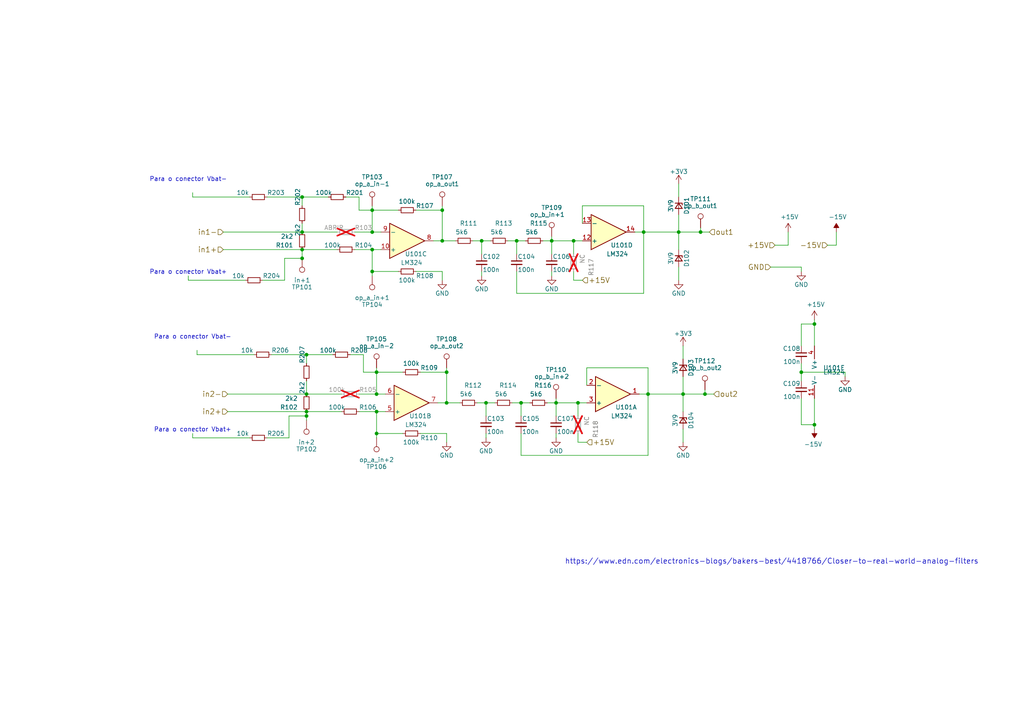
<source format=kicad_sch>
(kicad_sch (version 20231120) (generator "eeschema") (generator_version "8.0")
  (paper "A4")
  (lib_symbols
    (symbol "Amplifier_Operational:LM324" (pin_names (offset 0.127))
      (property "Reference" "U" (at 0 5.08 0))
      (property "Value" "LM324" (at 0 -5.08 0))
      (symbol "LM324_1_1"
        (polyline (pts (xy -5.08 5.08) (xy 5.08 0) (xy -5.08 -5.08) (xy -5.08 5.08)) (stroke (width 0.254)) (fill (type background)))
        (pin output line (at 7.62 0 180) (length 2.54) (name "~") (number "1"))
        (pin input line (at -7.62 -2.54 0) (length 2.54) (name "-") (number "2"))
        (pin input line (at -7.62 2.54 0) (length 2.54) (name "+") (number "3"))
      )
      (symbol "LM324_2_1"
        (polyline (pts (xy -5.08 5.08) (xy 5.08 0) (xy -5.08 -5.08) (xy -5.08 5.08)) (stroke (width 0.254)) (fill (type background)))
        (pin input line (at -7.62 2.54 0) (length 2.54) (name "+") (number "5"))
        (pin input line (at -7.62 -2.54 0) (length 2.54) (name "-") (number "6"))
        (pin output line (at 7.62 0 180) (length 2.54) (name "~") (number "7"))
      )
      (symbol "LM324_3_1"
        (polyline (pts (xy -5.08 5.08) (xy 5.08 0) (xy -5.08 -5.08) (xy -5.08 5.08)) (stroke (width 0.254)) (fill (type background)))
        (pin input line (at -7.62 2.54 0) (length 2.54) (name "+") (number "10"))
        (pin output line (at 7.62 0 180) (length 2.54) (name "~") (number "8"))
        (pin input line (at -7.62 -2.54 0) (length 2.54) (name "-") (number "9"))
      )
      (symbol "LM324_4_1"
        (polyline (pts (xy -5.08 5.08) (xy 5.08 0) (xy -5.08 -5.08) (xy -5.08 5.08)) (stroke (width 0.254)) (fill (type background)))
        (pin input line (at -7.62 2.54 0) (length 2.54) (name "+") (number "12"))
        (pin input line (at -7.62 -2.54 0) (length 2.54) (name "-") (number "13"))
        (pin output line (at 7.62 0 180) (length 2.54) (name "~") (number "14"))
      )
      (symbol "LM324_5_1"
        (pin power_in line (at -2.54 -7.62 90) (length 3.81) (name "V-") (number "11"))
        (pin power_in line (at -2.54 7.62 270) (length 3.81) (name "V+") (number "4"))
      )
    )
    (symbol "Connector:TestPoint" (pin_numbers hide) (pin_names (offset 0.762) hide)
      (property "Reference" "TP" (at 0 6.858 0))
      (property "Value" "TestPoint" (at 0 5.08 0))
      (symbol "TestPoint_0_1"
        (circle (center 0 3.302) (radius 0.762))
      )
      (symbol "TestPoint_1_1"
        (pin passive line (at 0 0 90) (length 2.54) (name "1") (number "1"))
      )
    )
    (symbol "Device:C_Small" (pin_numbers hide) (pin_names (offset 0.254) hide)
      (property "Reference" "C" (at 0.254 1.778 0))
      (property "Value" "C_Small" (at 0.254 -2.032 0))
      (symbol "C_Small_0_1"
        (polyline (pts (xy -1.524 -0.508) (xy 1.524 -0.508)) (stroke (width 0.3302)))
        (polyline (pts (xy -1.524 0.508) (xy 1.524 0.508)) (stroke (width 0.3048)))
      )
      (symbol "C_Small_1_1"
        (pin passive line (at 0 2.54 270) (length 2.032) (name "~") (number "1"))
        (pin passive line (at 0 -2.54 90) (length 2.032) (name "~") (number "2"))
      )
    )
    (symbol "Device:D_Zener_Small" (pin_numbers hide) (pin_names (offset 0.254) hide)
      (property "Reference" "D" (at 0 2.286 0))
      (property "Value" "D_Zener_Small" (at 0 -2.286 0))
      (symbol "D_Zener_Small_0_1"
        (polyline (pts (xy 0.762 0) (xy -0.762 0)))
        (polyline (pts (xy -0.254 1.016) (xy -0.762 1.016) (xy -0.762 -1.016)) (stroke (width 0.254)))
        (polyline (pts (xy 0.762 1.016) (xy -0.762 0) (xy 0.762 -1.016) (xy 0.762 1.016)) (stroke (width 0.254)))
      )
      (symbol "D_Zener_Small_1_1"
        (pin passive line (at -2.54 0 0) (length 1.778) (name "K") (number "1"))
        (pin passive line (at 2.54 0 180) (length 1.778) (name "A") (number "2"))
      )
    )
    (symbol "Device:R_Small" (pin_numbers hide) (pin_names (offset 0.254) hide)
      (property "Reference" "R" (at 0.762 0.508 0))
      (property "Value" "R_Small" (at 0.762 -1.016 0))
      (symbol "R_Small_0_1"
        (rectangle (start -0.762 1.778) (end 0.762 -1.778) (stroke (width 0.2032)))
      )
      (symbol "R_Small_1_1"
        (pin passive line (at 0 2.54 270) (length 0.762) (name "~") (number "1"))
        (pin passive line (at 0 -2.54 90) (length 0.762) (name "~") (number "2"))
      )
    )
    (symbol "power:+15V" (power) (pin_names (offset 0))
      (property "Value" "+15V" (at 0 3.556 0))
      (symbol "+15V_0_1"
        (polyline (pts (xy -0.762 1.27) (xy 0 2.54)))
        (polyline (pts (xy 0 0) (xy 0 2.54)))
        (polyline (pts (xy 0 2.54) (xy 0.762 1.27)))
      )
      (symbol "+15V_1_1"
        (pin power_in line (at 0 0 90) (length 0) hide (name "+15V") (number "1"))
      )
    )
    (symbol "power:+3.3V" (power) (pin_names (offset 0))
      (property "Value" "+3.3V" (at 0 3.556 0))
      (symbol "+3.3V_0_1"
        (polyline (pts (xy -0.762 1.27) (xy 0 2.54)))
        (polyline (pts (xy 0 0) (xy 0 2.54)))
        (polyline (pts (xy 0 2.54) (xy 0.762 1.27)))
      )
      (symbol "+3.3V_1_1"
        (pin power_in line (at 0 0 90) (length 0) hide (name "+3V3") (number "1"))
      )
    )
    (symbol "power:-15V" (power) (pin_names (offset 0))
      (property "Value" "-15V" (at 0 3.81 0))
      (symbol "-15V_0_0"
        (pin power_in line (at 0 0 90) (length 0) hide (name "-15V") (number "1"))
      )
      (symbol "-15V_0_1"
        (polyline (pts (xy 0 0) (xy 0 1.27) (xy 0.762 1.27) (xy 0 2.54) (xy -0.762 1.27) (xy 0 1.27)) (fill (type outline)))
      )
    )
    (symbol "power:GND" (power) (pin_names (offset 0))
      (property "Value" "GND" (at 0 -3.81 0))
      (symbol "GND_0_1"
        (polyline (pts (xy 0 0) (xy 0 -1.27) (xy 1.27 -1.27) (xy 0 -2.54) (xy -1.27 -1.27) (xy 0 -1.27)))
      )
      (symbol "GND_1_1"
        (pin power_in line (at 0 0 270) (length 0) hide (name "GND") (number "1"))
      )
    )
  )
  (junction (at 87.63 57.15))
  (junction (at 139.7 69.85))
  (junction (at 204.47 114.3))
  (junction (at 107.95 60.96))
  (junction (at 88.9 120.65))
  (junction (at 149.86 69.85))
  (junction (at 151.13 116.84))
  (junction (at 88.9 102.87))
  (junction (at 109.22 119.38))
  (junction (at 236.22 93.98))
  (junction (at 186.69 67.31))
  (junction (at 187.96 114.3))
  (junction (at 109.22 114.3))
  (junction (at 88.9 119.38))
  (junction (at 198.12 114.3))
  (junction (at 109.22 107.95))
  (junction (at 128.27 60.96))
  (junction (at 87.63 67.31))
  (junction (at 167.64 116.84))
  (junction (at 107.95 67.31))
  (junction (at 109.22 125.73))
  (junction (at 107.95 72.39))
  (junction (at 87.63 72.39))
  (junction (at 203.2 67.31))
  (junction (at 166.37 69.85))
  (junction (at 160.02 69.85))
  (junction (at 236.22 123.19))
  (junction (at 88.9 114.3))
  (junction (at 129.54 116.84))
  (junction (at 196.85 67.31))
  (junction (at 128.27 69.85))
  (junction (at 87.63 74.93))
  (junction (at 107.95 78.74))
  (junction (at 140.97 116.84))
  (junction (at 232.41 107.95))
  (junction (at 161.29 116.84))
  (junction (at 129.54 107.95))
  (wire (pts (xy 55.88 55.88) (xy 55.88 57.15)))
  (wire (pts (xy 129.54 128.27) (xy 129.54 125.73)))
  (wire (pts (xy 88.9 114.3) (xy 99.06 114.3)))
  (wire (pts (xy 151.13 116.84) (xy 153.67 116.84)))
  (wire (pts (xy 232.41 107.95) (xy 245.11 107.95)))
  (wire (pts (xy 166.37 69.85) (xy 168.91 69.85)))
  (wire (pts (xy 240.03 71.12) (xy 242.57 71.12)))
  (wire (pts (xy 140.97 116.84) (xy 143.51 116.84)))
  (wire (pts (xy 88.9 120.65) (xy 88.9 121.92)))
  (wire (pts (xy 167.64 125.73) (xy 167.64 128.27)))
  (wire (pts (xy 87.63 64.77) (xy 87.63 67.31)))
  (wire (pts (xy 77.47 127) (xy 83.82 127)))
  (wire (pts (xy 57.15 101.6) (xy 57.15 102.87)))
  (wire (pts (xy 87.63 57.15) (xy 95.25 57.15)))
  (wire (pts (xy 232.41 107.95) (xy 232.41 105.41)))
  (wire (pts (xy 78.74 102.87) (xy 88.9 102.87)))
  (wire (pts (xy 196.85 77.47) (xy 196.85 81.28)))
  (wire (pts (xy 88.9 119.38) (xy 88.9 120.65)))
  (wire (pts (xy 166.37 73.66) (xy 166.37 69.85)))
  (wire (pts (xy 105.41 107.95) (xy 109.22 107.95)))
  (wire (pts (xy 128.27 78.74) (xy 120.65 78.74)))
  (wire (pts (xy 139.7 69.85) (xy 142.24 69.85)))
  (wire (pts (xy 236.22 123.19) (xy 236.22 124.46)))
  (wire (pts (xy 151.13 120.65) (xy 151.13 116.84)))
  (wire (pts (xy 115.57 60.96) (xy 107.95 60.96)))
  (wire (pts (xy 168.91 59.69) (xy 168.91 64.77)))
  (wire (pts (xy 198.12 119.38) (xy 198.12 114.3)))
  (wire (pts (xy 166.37 81.28) (xy 168.91 81.28)))
  (wire (pts (xy 109.22 125.73) (xy 109.22 127)))
  (wire (pts (xy 127 116.84) (xy 129.54 116.84)))
  (wire (pts (xy 72.39 57.15) (xy 55.88 57.15)))
  (wire (pts (xy 128.27 59.69) (xy 128.27 60.96)))
  (wire (pts (xy 167.64 116.84) (xy 170.18 116.84)))
  (wire (pts (xy 102.87 67.31) (xy 107.95 67.31)))
  (wire (pts (xy 149.86 73.66) (xy 149.86 69.85)))
  (wire (pts (xy 88.9 119.38) (xy 99.06 119.38)))
  (wire (pts (xy 129.54 125.73) (xy 121.92 125.73)))
  (wire (pts (xy 160.02 69.85) (xy 160.02 73.66)))
  (wire (pts (xy 87.63 72.39) (xy 87.63 74.93)))
  (wire (pts (xy 198.12 124.46) (xy 198.12 128.27)))
  (wire (pts (xy 107.95 67.31) (xy 110.49 67.31)))
  (wire (pts (xy 107.95 59.69) (xy 107.95 60.96)))
  (wire (pts (xy 76.2 81.28) (xy 82.55 81.28)))
  (wire (pts (xy 54.61 81.28) (xy 71.12 81.28)))
  (wire (pts (xy 187.96 114.3) (xy 187.96 132.08)))
  (wire (pts (xy 104.14 60.96) (xy 107.95 60.96)))
  (wire (pts (xy 149.86 69.85) (xy 152.4 69.85)))
  (wire (pts (xy 196.85 57.15) (xy 196.85 53.34)))
  (wire (pts (xy 232.41 93.98) (xy 232.41 100.33)))
  (wire (pts (xy 204.47 114.3) (xy 204.47 113.03)))
  (wire (pts (xy 121.92 107.95) (xy 129.54 107.95)))
  (wire (pts (xy 232.41 110.49) (xy 232.41 107.95)))
  (wire (pts (xy 198.12 109.22) (xy 198.12 114.3)))
  (wire (pts (xy 129.54 106.68) (xy 129.54 107.95)))
  (wire (pts (xy 168.91 59.69) (xy 186.69 59.69)))
  (wire (pts (xy 105.41 102.87) (xy 105.41 107.95)))
  (wire (pts (xy 187.96 106.68) (xy 187.96 114.3)))
  (wire (pts (xy 204.47 114.3) (xy 207.01 114.3)))
  (wire (pts (xy 161.29 125.73) (xy 161.29 127)))
  (wire (pts (xy 109.22 114.3) (xy 111.76 114.3)))
  (wire (pts (xy 160.02 69.85) (xy 166.37 69.85)))
  (wire (pts (xy 83.82 120.65) (xy 88.9 120.65)))
  (wire (pts (xy 116.84 107.95) (xy 109.22 107.95)))
  (wire (pts (xy 82.55 81.28) (xy 82.55 74.93)))
  (wire (pts (xy 203.2 67.31) (xy 203.2 66.04)))
  (wire (pts (xy 77.47 57.15) (xy 87.63 57.15)))
  (wire (pts (xy 236.22 123.19) (xy 232.41 123.19)))
  (wire (pts (xy 83.82 127) (xy 83.82 120.65)))
  (wire (pts (xy 147.32 69.85) (xy 149.86 69.85)))
  (wire (pts (xy 245.11 107.95) (xy 245.11 109.22)))
  (wire (pts (xy 129.54 107.95) (xy 129.54 116.84)))
  (wire (pts (xy 151.13 132.08) (xy 151.13 125.73)))
  (wire (pts (xy 186.69 59.69) (xy 186.69 67.31)))
  (wire (pts (xy 109.22 119.38) (xy 111.76 119.38)))
  (wire (pts (xy 158.75 116.84) (xy 161.29 116.84)))
  (wire (pts (xy 64.77 72.39) (xy 87.63 72.39)))
  (wire (pts (xy 186.69 67.31) (xy 186.69 85.09)))
  (wire (pts (xy 100.33 57.15) (xy 104.14 57.15)))
  (wire (pts (xy 120.65 60.96) (xy 128.27 60.96)))
  (wire (pts (xy 139.7 80.01) (xy 139.7 78.74)))
  (wire (pts (xy 104.14 114.3) (xy 109.22 114.3)))
  (wire (pts (xy 186.69 67.31) (xy 196.85 67.31)))
  (wire (pts (xy 161.29 115.57) (xy 161.29 116.84)))
  (wire (pts (xy 236.22 115.57) (xy 236.22 123.19)))
  (wire (pts (xy 66.04 119.38) (xy 88.9 119.38)))
  (wire (pts (xy 160.02 68.58) (xy 160.02 69.85)))
  (wire (pts (xy 128.27 81.28) (xy 128.27 78.74)))
  (wire (pts (xy 151.13 132.08) (xy 187.96 132.08)))
  (wire (pts (xy 196.85 72.39) (xy 196.85 67.31)))
  (wire (pts (xy 137.16 69.85) (xy 139.7 69.85)))
  (wire (pts (xy 161.29 116.84) (xy 167.64 116.84)))
  (wire (pts (xy 107.95 78.74) (xy 115.57 78.74)))
  (wire (pts (xy 140.97 120.65) (xy 140.97 116.84)))
  (wire (pts (xy 203.2 67.31) (xy 205.74 67.31)))
  (wire (pts (xy 223.52 77.47) (xy 232.41 77.47)))
  (wire (pts (xy 109.22 107.95) (xy 109.22 114.3)))
  (wire (pts (xy 236.22 93.98) (xy 236.22 100.33)))
  (wire (pts (xy 187.96 114.3) (xy 198.12 114.3)))
  (wire (pts (xy 101.6 102.87) (xy 105.41 102.87)))
  (wire (pts (xy 109.22 125.73) (xy 116.84 125.73)))
  (wire (pts (xy 55.88 127) (xy 72.39 127)))
  (wire (pts (xy 196.85 62.23) (xy 196.85 67.31)))
  (wire (pts (xy 184.15 67.31) (xy 186.69 67.31)))
  (wire (pts (xy 54.61 80.01) (xy 54.61 81.28)))
  (wire (pts (xy 128.27 60.96) (xy 128.27 69.85)))
  (wire (pts (xy 107.95 72.39) (xy 107.95 78.74)))
  (wire (pts (xy 88.9 105.41) (xy 88.9 102.87)))
  (wire (pts (xy 157.48 69.85) (xy 160.02 69.85)))
  (wire (pts (xy 107.95 72.39) (xy 110.49 72.39)))
  (wire (pts (xy 104.14 57.15) (xy 104.14 60.96)))
  (wire (pts (xy 149.86 85.09) (xy 149.86 78.74)))
  (wire (pts (xy 167.64 120.65) (xy 167.64 116.84)))
  (wire (pts (xy 102.87 72.39) (xy 107.95 72.39)))
  (wire (pts (xy 166.37 78.74) (xy 166.37 81.28)))
  (wire (pts (xy 139.7 73.66) (xy 139.7 69.85)))
  (wire (pts (xy 232.41 115.57) (xy 232.41 123.19)))
  (wire (pts (xy 107.95 60.96) (xy 107.95 67.31)))
  (wire (pts (xy 170.18 106.68) (xy 170.18 111.76)))
  (wire (pts (xy 66.04 114.3) (xy 88.9 114.3)))
  (wire (pts (xy 107.95 78.74) (xy 107.95 80.01)))
  (wire (pts (xy 198.12 114.3) (xy 204.47 114.3)))
  (wire (pts (xy 170.18 106.68) (xy 187.96 106.68)))
  (wire (pts (xy 198.12 104.14) (xy 198.12 100.33)))
  (wire (pts (xy 236.22 93.98) (xy 232.41 93.98)))
  (wire (pts (xy 160.02 78.74) (xy 160.02 80.01)))
  (wire (pts (xy 88.9 102.87) (xy 96.52 102.87)))
  (wire (pts (xy 82.55 74.93) (xy 87.63 74.93)))
  (wire (pts (xy 88.9 110.49) (xy 88.9 114.3)))
  (wire (pts (xy 196.85 67.31) (xy 203.2 67.31)))
  (wire (pts (xy 55.88 125.73) (xy 55.88 127)))
  (wire (pts (xy 232.41 77.47) (xy 232.41 78.74)))
  (wire (pts (xy 149.86 85.09) (xy 186.69 85.09)))
  (wire (pts (xy 104.14 119.38) (xy 109.22 119.38)))
  (wire (pts (xy 87.63 72.39) (xy 97.79 72.39)))
  (wire (pts (xy 242.57 71.12) (xy 242.57 67.31)))
  (wire (pts (xy 138.43 116.84) (xy 140.97 116.84)))
  (wire (pts (xy 167.64 128.27) (xy 170.18 128.27)))
  (wire (pts (xy 228.6 71.12) (xy 228.6 67.31)))
  (wire (pts (xy 64.77 67.31) (xy 87.63 67.31)))
  (wire (pts (xy 128.27 69.85) (xy 132.08 69.85)))
  (wire (pts (xy 129.54 116.84) (xy 133.35 116.84)))
  (wire (pts (xy 125.73 69.85) (xy 128.27 69.85)))
  (wire (pts (xy 148.59 116.84) (xy 151.13 116.84)))
  (wire (pts (xy 185.42 114.3) (xy 187.96 114.3)))
  (wire (pts (xy 73.66 102.87) (xy 57.15 102.87)))
  (wire (pts (xy 87.63 59.69) (xy 87.63 57.15)))
  (wire (pts (xy 224.79 71.12) (xy 228.6 71.12)))
  (wire (pts (xy 109.22 119.38) (xy 109.22 125.73)))
  (wire (pts (xy 236.22 92.71) (xy 236.22 93.98)))
  (wire (pts (xy 109.22 106.68) (xy 109.22 107.95)))
  (wire (pts (xy 161.29 116.84) (xy 161.29 120.65)))
  (wire (pts (xy 87.63 67.31) (xy 97.79 67.31)))
  (wire (pts (xy 140.97 127) (xy 140.97 125.73)))
  (text "Para o conector Vbat-" (at 55.88 97.79 0) (effects (font (size 1.27 1.27))))
  (text "Para o conector Vbat+" (at 54.61 78.994 0) (effects (font (size 1.27 1.27))))
  (text "https://www.edn.com/electronics-blogs/bakers-best/4418766/Closer-to-real-world-analog-filters" (at 163.83 163.83 0) (effects (font (size 1.524 1.524)) (justify left bottom)))
  (text "Para o conector Vbat+" (at 55.88 124.714 0) (effects (font (size 1.27 1.27))))
  (text "Para o conector Vbat-" (at 54.61 52.07 0) (effects (font (size 1.27 1.27))))
  (hierarchical_label "+15V" (shape input) (at 224.79 71.12 180) (effects (font (size 1.524 1.524))))
  (hierarchical_label "in2+" (shape input) (at 66.04 119.38 180) (effects (font (size 1.524 1.524))))
  (hierarchical_label "-15V" (shape input) (at 240.03 71.12 180) (effects (font (size 1.524 1.524))))
  (hierarchical_label "out1" (shape input) (at 205.74 67.31 0) (effects (font (size 1.524 1.524))))
  (hierarchical_label "in2-" (shape input) (at 66.04 114.3 180) (effects (font (size 1.524 1.524))))
  (hierarchical_label "+15V" (shape input) (at 170.18 128.27 0) (effects (font (size 1.524 1.524))))
  (hierarchical_label "in1+" (shape input) (at 64.77 72.39 180) (effects (font (size 1.524 1.524))))
  (hierarchical_label "out2" (shape input) (at 207.01 114.3 0) (effects (font (size 1.524 1.524))))
  (hierarchical_label "in1-" (shape input) (at 64.77 67.31 180) (effects (font (size 1.524 1.524))))
  (hierarchical_label "+15V" (shape input) (at 168.91 81.28 0) (effects (font (size 1.524 1.524))))
  (hierarchical_label "GND" (shape input) (at 223.52 77.47 180) (effects (font (size 1.524 1.524))))
  (symbol (lib_id "Device:R_Small") (at 100.33 67.31 270) (unit 1) (dnp yes)
    (property "Reference" "R103" (at 102.87 66.04 90) (effects (justify left)))
    (property "Value" "ABRIR" (at 93.98 66.04 90) (effects (justify left)))
    (property "Footprint" "Resistor_SMD:R_0603_1608Metric_Pad0.98x0.95mm_HandSolder" (effects (hide yes)))
  )
  (symbol (lib_id "Device:R_Small") (at 100.33 72.39 270) (unit 1)
    (property "Reference" "R104" (at 102.87 71.12 90) (effects (justify left)))
    (property "Value" "100k" (at 93.98 71.12 90) (effects (justify left)))
    (property "Footprint" "Resistor_SMD:R_0603_1608Metric_Pad0.98x0.95mm_HandSolder" (effects (hide yes)))
  )
  (symbol (lib_id "Device:R_Small") (at 144.78 69.85 270) (unit 1)
    (property "Reference" "R113" (at 143.51 64.77 90) (effects (justify left)))
    (property "Value" "5k6" (at 142.24 67.31 90) (effects (justify left)))
    (property "Footprint" "Resistor_SMD:R_0603_1608Metric_Pad0.98x0.95mm_HandSolder" (effects (hide yes)))
  )
  (symbol (lib_id "Device:R_Small") (at 154.94 69.85 270) (unit 1)
    (property "Reference" "R115" (at 153.67 64.77 90) (effects (justify left)))
    (property "Value" "5k6" (at 152.4 67.31 90) (effects (justify left)))
    (property "Footprint" "Resistor_SMD:R_0603_1608Metric_Pad0.98x0.95mm_HandSolder" (effects (hide yes)))
  )
  (symbol (lib_id "Device:C_Small") (at 160.02 76.2 0) (unit 1)
    (property "Reference" "C106" (at 160.274 74.422 0) (effects (justify left)))
    (property "Value" "100n" (at 160.274 78.232 0) (effects (justify left)))
    (property "Footprint" "Capacitor_SMD:C_0603_1608Metric_Pad1.08x0.95mm_HandSolder" (effects (hide yes)))
  )
  (symbol (lib_id "Device:C_Small") (at 149.86 76.2 0) (unit 1)
    (property "Reference" "C104" (at 150.114 74.422 0) (effects (justify left)))
    (property "Value" "100n" (at 150.114 78.232 0) (effects (justify left)))
    (property "Footprint" "Capacitor_SMD:C_0603_1608Metric_Pad1.08x0.95mm_HandSolder" (effects (hide yes)))
  )
  (symbol (lib_id "Connector:TestPoint") (at 128.27 59.69 0) (unit 1)
    (property "Reference" "TP107" (at 128.27 52.07 0) (effects (justify bottom)))
    (property "Value" "op_a_out1" (at 128.27 53.34 0))
    (property "Footprint" "TestPoint:TestPoint_Pad_2.0x2.0mm" (effects (hide yes)))
  )
  (symbol (lib_id "Device:R_Small") (at 118.11 60.96 270) (unit 1)
    (property "Reference" "R107" (at 120.65 59.69 90) (effects (justify left)))
    (property "Value" "100k" (at 115.57 58.42 90) (effects (justify left)))
    (property "Footprint" "Resistor_SMD:R_0603_1608Metric_Pad0.98x0.95mm_HandSolder" (effects (hide yes)))
  )
  (symbol (lib_id "Device:R_Small") (at 118.11 78.74 270) (mirror x) (unit 1)
    (property "Reference" "R108" (at 120.65 80.01 90) (effects (justify left)))
    (property "Value" "100k" (at 115.57 81.28 90) (effects (justify left)))
    (property "Footprint" "Resistor_SMD:R_0603_1608Metric_Pad0.98x0.95mm_HandSolder" (effects (hide yes)))
  )
  (symbol (lib_id "Connector:TestPoint") (at 107.95 59.69 0) (unit 1)
    (property "Reference" "TP103" (at 107.95 52.07 0) (effects (justify bottom)))
    (property "Value" "op_a_in-1" (at 107.95 53.34 0))
    (property "Footprint" "TestPoint:TestPoint_Pad_2.0x2.0mm" (effects (hide yes)))
  )
  (symbol (lib_id "Connector:TestPoint") (at 107.95 80.01 180) (unit 1)
    (property "Reference" "TP104" (at 107.95 87.63 0) (effects (justify bottom)))
    (property "Value" "op_a_in+1" (at 107.95 86.36 0))
    (property "Footprint" "TestPoint:TestPoint_Pad_2.0x2.0mm" (effects (hide yes)))
  )
  (symbol (lib_id "Device:R_Small") (at 87.63 69.85 180) (unit 1)
    (property "Reference" "R101" (at 85.09 71.12 0) (effects (justify left)))
    (property "Value" "2k2" (at 85.09 68.58 0) (effects (justify left)))
    (property "Footprint" "Resistor_SMD:R_0603_1608Metric_Pad0.98x0.95mm_HandSolder" (effects (hide yes)))
  )
  (symbol (lib_id "Connector:TestPoint") (at 203.2 66.04 0) (unit 1)
    (property "Reference" "TP111" (at 203.2 58.42 0) (effects (justify bottom)))
    (property "Value" "op_b_out1" (at 203.2 59.69 0))
    (property "Footprint" "TestPoint:TestPoint_Pad_2.0x2.0mm" (effects (hide yes)))
  )
  (symbol (lib_id "Connector:TestPoint") (at 160.02 68.58 0) (mirror y) (unit 1)
    (property "Reference" "TP109" (at 160.02 60.96 0) (effects (justify bottom)))
    (property "Value" "op_b_in+1" (at 158.75 62.23 0))
    (property "Footprint" "TestPoint:TestPoint_Pad_2.0x2.0mm" (effects (hide yes)))
  )
  (symbol (lib_id "Connector:TestPoint") (at 87.63 74.93 180) (unit 1)
    (property "Reference" "TP101" (at 87.63 82.55 0) (effects (justify bottom)))
    (property "Value" "in+1" (at 87.63 81.28 0))
    (property "Footprint" "TestPoint:TestPoint_Pad_2.0x2.0mm" (effects (hide yes)))
  )
  (symbol (lib_id "power:GND") (at 232.41 78.74 0) (unit 1)
    (property "Reference" "#PWR0122" (effects (hide yes)))
    (property "Value" "GND" (at 232.41 82.55 0))
  )
  (symbol (lib_id "Device:R_Small") (at 134.62 69.85 270) (unit 1)
    (property "Reference" "R111" (at 133.35 64.77 90) (effects (justify left)))
    (property "Value" "5k6" (at 132.08 67.31 90) (effects (justify left)))
    (property "Footprint" "Resistor_SMD:R_0603_1608Metric_Pad0.98x0.95mm_HandSolder" (effects (hide yes)))
  )
  (symbol (lib_id "Device:C_Small") (at 139.7 76.2 0) (unit 1)
    (property "Reference" "C102" (at 139.954 74.422 0) (effects (justify left)))
    (property "Value" "100n" (at 139.954 78.232 0) (effects (justify left)))
    (property "Footprint" "Capacitor_SMD:C_0603_1608Metric_Pad1.08x0.95mm_HandSolder" (effects (hide yes)))
  )
  (symbol (lib_id "power:GND") (at 196.85 81.28 0) (unit 1)
    (property "Reference" "#PWR0116" (effects (hide yes)))
    (property "Value" "GND" (at 196.85 85.09 0))
  )
  (symbol (lib_id "power:GND") (at 160.02 80.01 0) (unit 1)
    (property "Reference" "#PWR0113" (effects (hide yes)))
    (property "Value" "GND" (at 160.02 83.82 0))
  )
  (symbol (lib_id "power:GND") (at 139.7 80.01 0) (unit 1)
    (property "Reference" "#PWR0111" (effects (hide yes)))
    (property "Value" "GND" (at 139.7 83.82 0))
  )
  (symbol (lib_id "power:GND") (at 128.27 81.28 0) (unit 1)
    (property "Reference" "#PWR0109" (effects (hide yes)))
    (property "Value" "GND" (at 128.27 85.09 0))
  )
  (symbol (lib_id "Amplifier_Operational:LM324") (at 118.11 69.85 0) (mirror x) (unit 3)
    (property "Reference" "U101" (at 120.65 73.66 0))
    (property "Value" "LM324" (at 119.38 76.2 0))
    (property "Footprint" "Package_SO:SOIC-14_3.9x8.7mm_P1.27mm" (effects (hide yes)))
    (property "Datasheet" "http://www.ti.com/lit/ds/symlink/lm2902-n.pdf" (effects (hide yes)))
  )
  (symbol (lib_id "Amplifier_Operational:LM324") (at 176.53 67.31 0) (mirror x) (unit 4)
    (property "Reference" "U101" (at 180.34 71.12 0))
    (property "Value" "LM324" (at 179.07 73.66 0))
    (property "Footprint" "Package_SO:SOIC-14_3.9x8.7mm_P1.27mm" (effects (hide yes)))
    (property "Datasheet" "http://www.ti.com/lit/ds/symlink/lm2902-n.pdf" (effects (hide yes)))
  )
  (symbol (lib_id "Amplifier_Operational:LM324") (at 233.68 107.95 0) (mirror y) (unit 5)
    (property "Reference" "U101" (at 238.76 106.68 0) (effects (justify right)))
    (property "Value" "LM324" (at 238.76 107.95 0) (effects (justify right)))
    (property "Footprint" "Package_SO:SOIC-14_3.9x8.7mm_P1.27mm" (effects (hide yes)))
    (property "Datasheet" "http://www.ti.com/lit/ds/symlink/lm2902-n.pdf" (effects (hide yes)))
  )
  (symbol (lib_id "Device:C_Small") (at 232.41 102.87 0) (mirror y) (unit 1)
    (property "Reference" "C108" (at 232.156 101.092 0) (effects (justify left)))
    (property "Value" "100n" (at 232.156 104.902 0) (effects (justify left)))
    (property "Footprint" "Capacitor_SMD:C_0603_1608Metric_Pad1.08x0.95mm_HandSolder" (effects (hide yes)))
  )
  (symbol (lib_id "Device:D_Zener_Small") (at 196.85 59.69 270) (unit 1)
    (property "Reference" "D101" (at 199.136 59.69 0))
    (property "Value" "3V9" (at 194.564 59.69 0))
    (property "Footprint" "Diode_SMD:D_MiniMELF_Handsoldering" (effects (hide yes)))
  )
  (symbol (lib_id "Device:R_Small") (at 166.37 76.2 180) (unit 1) (dnp yes)
    (property "Reference" "R117" (at 171.45 74.93 90) (effects (justify left)))
    (property "Value" "NC" (at 168.91 73.66 90) (effects (justify left)))
    (property "Footprint" "Resistor_SMD:R_0603_1608Metric_Pad0.98x0.95mm_HandSolder" (effects (hide yes)))
  )
  (symbol (lib_id "power:+15V") (at 228.6 67.31 0) (unit 1)
    (property "Reference" "#PWR0121" (effects (hide yes)))
    (property "Value" "+15V" (at 228.981 62.9158 0))
  )
  (symbol (lib_id "power:-15V") (at 242.57 67.31 0) (unit 1)
    (property "Reference" "#PWR0124" (effects (hide yes)))
    (property "Value" "-15V" (at 242.951 62.9158 0))
  )
  (symbol (lib_id "Device:C_Small") (at 232.41 113.03 0) (mirror y) (unit 1)
    (property "Reference" "C109" (at 232.156 111.252 0) (effects (justify left)))
    (property "Value" "100n" (at 232.156 115.062 0) (effects (justify left)))
    (property "Footprint" "Capacitor_SMD:C_0603_1608Metric_Pad1.08x0.95mm_HandSolder" (effects (hide yes)))
  )
  (symbol (lib_id "power:+15V") (at 236.22 92.71 0) (unit 1)
    (property "Reference" "#PWR0119" (effects (hide yes)))
    (property "Value" "+15V" (at 236.601 88.3158 0))
  )
  (symbol (lib_id "power:-15V") (at 236.22 124.46 180) (unit 1)
    (property "Reference" "#PWR0120" (effects (hide yes)))
    (property "Value" "-15V" (at 235.839 128.8542 0))
  )
  (symbol (lib_id "power:GND") (at 245.11 109.22 0) (unit 1)
    (property "Reference" "#PWR0123" (effects (hide yes)))
    (property "Value" "GND" (at 245.11 113.03 0))
  )
  (symbol (lib_id "Device:R_Small") (at 101.6 114.3 270) (unit 1) (dnp yes)
    (property "Reference" "R105" (at 104.14 113.03 90) (effects (justify left)))
    (property "Value" "100k" (at 95.25 113.03 90) (effects (justify left)))
    (property "Footprint" "Resistor_SMD:R_0603_1608Metric_Pad0.98x0.95mm_HandSolder" (effects (hide yes)))
  )
  (symbol (lib_id "Device:R_Small") (at 101.6 119.38 270) (unit 1)
    (property "Reference" "R106" (at 104.14 118.11 90) (effects (justify left)))
    (property "Value" "100k" (at 95.25 118.11 90) (effects (justify left)))
    (property "Footprint" "Resistor_SMD:R_0603_1608Metric_Pad0.98x0.95mm_HandSolder" (effects (hide yes)))
  )
  (symbol (lib_id "Device:R_Small") (at 146.05 116.84 270) (unit 1)
    (property "Reference" "R114" (at 144.78 111.76 90) (effects (justify left)))
    (property "Value" "5k6" (at 143.51 114.3 90) (effects (justify left)))
    (property "Footprint" "Resistor_SMD:R_0603_1608Metric_Pad0.98x0.95mm_HandSolder" (effects (hide yes)))
  )
  (symbol (lib_id "Device:R_Small") (at 156.21 116.84 270) (unit 1)
    (property "Reference" "R116" (at 154.94 111.76 90) (effects (justify left)))
    (property "Value" "5k6" (at 153.67 114.3 90) (effects (justify left)))
    (property "Footprint" "Resistor_SMD:R_0603_1608Metric_Pad0.98x0.95mm_HandSolder" (effects (hide yes)))
  )
  (symbol (lib_id "Device:C_Small") (at 161.29 123.19 0) (unit 1)
    (property "Reference" "C107" (at 161.544 121.412 0) (effects (justify left)))
    (property "Value" "100n" (at 161.544 125.222 0) (effects (justify left)))
    (property "Footprint" "Capacitor_SMD:C_0603_1608Metric_Pad1.08x0.95mm_HandSolder" (effects (hide yes)))
  )
  (symbol (lib_id "Device:C_Small") (at 151.13 123.19 0) (unit 1)
    (property "Reference" "C105" (at 151.384 121.412 0) (effects (justify left)))
    (property "Value" "100n" (at 151.384 125.222 0) (effects (justify left)))
    (property "Footprint" "Capacitor_SMD:C_0603_1608Metric_Pad1.08x0.95mm_HandSolder" (effects (hide yes)))
  )
  (symbol (lib_id "Connector:TestPoint") (at 129.54 106.68 0) (unit 1)
    (property "Reference" "TP108" (at 129.54 99.06 0) (effects (justify bottom)))
    (property "Value" "op_a_out2" (at 129.54 100.33 0))
    (property "Footprint" "TestPoint:TestPoint_Pad_2.0x2.0mm" (effects (hide yes)))
  )
  (symbol (lib_id "Device:R_Small") (at 119.38 107.95 270) (unit 1)
    (property "Reference" "R109" (at 121.92 106.68 90) (effects (justify left)))
    (property "Value" "100k" (at 116.84 105.41 90) (effects (justify left)))
    (property "Footprint" "Resistor_SMD:R_0603_1608Metric_Pad0.98x0.95mm_HandSolder" (effects (hide yes)))
  )
  (symbol (lib_id "Device:R_Small") (at 119.38 125.73 270) (mirror x) (unit 1)
    (property "Reference" "R110" (at 121.92 127 90) (effects (justify left)))
    (property "Value" "100k" (at 116.84 128.27 90) (effects (justify left)))
    (property "Footprint" "Resistor_SMD:R_0603_1608Metric_Pad0.98x0.95mm_HandSolder" (effects (hide yes)))
  )
  (symbol (lib_id "Connector:TestPoint") (at 109.22 106.68 0) (unit 1)
    (property "Reference" "TP105" (at 109.22 99.06 0) (effects (justify bottom)))
    (property "Value" "op_a_in-2" (at 109.22 100.33 0))
    (property "Footprint" "TestPoint:TestPoint_Pad_2.0x2.0mm" (effects (hide yes)))
  )
  (symbol (lib_id "Connector:TestPoint") (at 109.22 127 180) (unit 1)
    (property "Reference" "TP106" (at 109.22 134.62 0) (effects (justify bottom)))
    (property "Value" "op_a_in+2" (at 109.22 133.35 0))
    (property "Footprint" "TestPoint:TestPoint_Pad_2.0x2.0mm" (effects (hide yes)))
  )
  (symbol (lib_id "Device:R_Small") (at 88.9 116.84 180) (unit 1)
    (property "Reference" "R102" (at 86.36 118.11 0) (effects (justify left)))
    (property "Value" "2k2" (at 86.36 115.57 0) (effects (justify left)))
    (property "Footprint" "Resistor_SMD:R_0603_1608Metric_Pad0.98x0.95mm_HandSolder" (effects (hide yes)))
  )
  (symbol (lib_id "Connector:TestPoint") (at 204.47 113.03 0) (unit 1)
    (property "Reference" "TP112" (at 204.47 105.41 0) (effects (justify bottom)))
    (property "Value" "op_b_out2" (at 204.47 106.68 0))
    (property "Footprint" "TestPoint:TestPoint_Pad_2.0x2.0mm" (effects (hide yes)))
  )
  (symbol (lib_id "Connector:TestPoint") (at 161.29 115.57 0) (mirror y) (unit 1)
    (property "Reference" "TP110" (at 161.29 107.95 0) (effects (justify bottom)))
    (property "Value" "op_b_in+2" (at 160.02 109.22 0))
    (property "Footprint" "TestPoint:TestPoint_Pad_2.0x2.0mm" (effects (hide yes)))
  )
  (symbol (lib_id "Connector:TestPoint") (at 88.9 121.92 180) (unit 1)
    (property "Reference" "TP102" (at 88.9 129.54 0) (effects (justify bottom)))
    (property "Value" "in+2" (at 88.9 128.27 0))
    (property "Footprint" "TestPoint:TestPoint_Pad_2.0x2.0mm" (effects (hide yes)))
  )
  (symbol (lib_id "Device:R_Small") (at 135.89 116.84 270) (unit 1)
    (property "Reference" "R112" (at 134.62 111.76 90) (effects (justify left)))
    (property "Value" "5k6" (at 133.35 114.3 90) (effects (justify left)))
    (property "Footprint" "Resistor_SMD:R_0603_1608Metric_Pad0.98x0.95mm_HandSolder" (effects (hide yes)))
  )
  (symbol (lib_id "Device:C_Small") (at 140.97 123.19 0) (unit 1)
    (property "Reference" "C103" (at 141.224 121.412 0) (effects (justify left)))
    (property "Value" "100n" (at 141.224 125.222 0) (effects (justify left)))
    (property "Footprint" "Capacitor_SMD:C_0603_1608Metric_Pad1.08x0.95mm_HandSolder" (effects (hide yes)))
  )
  (symbol (lib_id "Amplifier_Operational:LM324") (at 119.38 116.84 0) (mirror x) (unit 2)
    (property "Reference" "U101" (at 121.92 120.65 0))
    (property "Value" "LM324" (at 120.65 123.19 0))
    (property "Footprint" "Package_SO:SOIC-14_3.9x8.7mm_P1.27mm" (effects (hide yes)))
    (property "Datasheet" "http://www.ti.com/lit/ds/symlink/lm2902-n.pdf" (effects (hide yes)))
  )
  (symbol (lib_id "Amplifier_Operational:LM324") (at 177.8 114.3 0) (mirror x) (unit 1)
    (property "Reference" "U101" (at 181.61 118.11 0))
    (property "Value" "LM324" (at 180.34 120.65 0))
    (property "Footprint" "Package_SO:SOIC-14_3.9x8.7mm_P1.27mm" (effects (hide yes)))
    (property "Datasheet" "http://www.ti.com/lit/ds/symlink/lm2902-n.pdf" (effects (hide yes)))
  )
  (symbol (lib_id "power:GND") (at 198.12 128.27 0) (unit 1)
    (property "Reference" "#PWR0118" (effects (hide yes)))
    (property "Value" "GND" (at 198.12 132.08 0))
  )
  (symbol (lib_id "power:GND") (at 161.29 127 0) (unit 1)
    (property "Reference" "#PWR0114" (effects (hide yes)))
    (property "Value" "GND" (at 161.29 130.81 0))
  )
  (symbol (lib_id "power:GND") (at 140.97 127 0) (unit 1)
    (property "Reference" "#PWR0112" (effects (hide yes)))
    (property "Value" "GND" (at 140.97 130.81 0))
  )
  (symbol (lib_id "power:GND") (at 129.54 128.27 0) (unit 1)
    (property "Reference" "#PWR0110" (effects (hide yes)))
    (property "Value" "GND" (at 129.54 132.08 0))
  )
  (symbol (lib_id "Device:R_Small") (at 167.64 123.19 180) (unit 1) (dnp yes)
    (property "Reference" "R118" (at 172.72 121.92 90) (effects (justify left)))
    (property "Value" "NC" (at 170.18 120.65 90) (effects (justify left)))
    (property "Footprint" "Resistor_SMD:R_0603_1608Metric_Pad0.98x0.95mm_HandSolder" (effects (hide yes)))
  )
  (symbol (lib_id "Device:D_Zener_Small") (at 198.12 106.68 270) (unit 1)
    (property "Reference" "D103" (at 200.406 106.68 0))
    (property "Value" "3V9" (at 195.834 106.68 0))
    (property "Footprint" "Diode_SMD:D_MiniMELF_Handsoldering" (effects (hide yes)))
  )
  (symbol (lib_id "Device:R_Small") (at 73.66 81.28 270) (unit 1)
    (property "Reference" "R204" (at 76.2 80.01 90) (effects (justify left)))
    (property "Value" "10k" (at 67.31 80.01 90) (effects (justify left)))
    (property "Footprint" "Resistor_SMD:R_0603_1608Metric_Pad0.98x0.95mm_HandSolder" (effects (hide yes)))
  )
  (symbol (lib_id "Device:R_Small") (at 88.9 107.95 0) (unit 1)
    (property "Reference" "R207" (at 87.63 105.41 90) (effects (justify left)))
    (property "Value" "2k2" (at 87.63 114.3 90) (effects (justify left)))
    (property "Footprint" "Resistor_SMD:R_0603_1608Metric_Pad0.98x0.95mm_HandSolder" (effects (hide yes)))
  )
  (symbol (lib_id "Device:D_Zener_Small") (at 198.12 121.92 270) (unit 1)
    (property "Reference" "D104" (at 200.406 121.92 0))
    (property "Value" "3V9" (at 195.834 121.92 0))
    (property "Footprint" "Diode_SMD:D_MiniMELF_Handsoldering" (effects (hide yes)))
  )
  (symbol (lib_id "Device:R_Small") (at 76.2 102.87 270) (unit 1)
    (property "Reference" "R206" (at 78.74 101.6 90) (effects (justify left)))
    (property "Value" "10k" (at 69.85 101.6 90) (effects (justify left)))
    (property "Footprint" "Resistor_SMD:R_0603_1608Metric_Pad0.98x0.95mm_HandSolder" (effects (hide yes)))
  )
  (symbol (lib_id "power:+3.3V") (at 196.85 53.34 0) (unit 1)
    (property "Reference" "#PWR0115" (effects (hide yes)))
    (property "Value" "+3V3" (at 196.85 49.7642 0))
  )
  (symbol (lib_id "Device:R_Small") (at 87.63 62.23 0) (unit 1)
    (property "Reference" "R202" (at 86.36 59.69 90) (effects (justify left)))
    (property "Value" "2k2" (at 86.36 68.58 90) (effects (justify left)))
    (property "Footprint" "Resistor_SMD:R_0603_1608Metric_Pad0.98x0.95mm_HandSolder" (effects (hide yes)))
  )
  (symbol (lib_id "Device:R_Small") (at 74.93 127 270) (unit 1)
    (property "Reference" "R205" (at 77.47 125.73 90) (effects (justify left)))
    (property "Value" "10k" (at 68.58 125.73 90) (effects (justify left)))
    (property "Footprint" "Resistor_SMD:R_0603_1608Metric_Pad0.98x0.95mm_HandSolder" (effects (hide yes)))
  )
  (symbol (lib_id "Device:R_Small") (at 74.93 57.15 270) (unit 1)
    (property "Reference" "R203" (at 77.47 55.88 90) (effects (justify left)))
    (property "Value" "10k" (at 68.58 55.88 90) (effects (justify left)))
    (property "Footprint" "Resistor_SMD:R_0603_1608Metric_Pad0.98x0.95mm_HandSolder" (effects (hide yes)))
  )
  (symbol (lib_id "Device:R_Small") (at 97.79 57.15 270) (unit 1)
    (property "Reference" "R201" (at 100.33 55.88 90) (effects (justify left)))
    (property "Value" "100k" (at 91.44 55.88 90) (effects (justify left)))
    (property "Footprint" "Resistor_SMD:R_0603_1608Metric_Pad0.98x0.95mm_HandSolder" (effects (hide yes)))
  )
  (symbol (lib_id "power:+3.3V") (at 198.12 100.33 0) (unit 1)
    (property "Reference" "#PWR0117" (effects (hide yes)))
    (property "Value" "+3V3" (at 198.12 96.7542 0))
  )
  (symbol (lib_id "Device:R_Small") (at 99.06 102.87 270) (unit 1)
    (property "Reference" "R208" (at 101.6 101.6 90) (effects (justify left)))
    (property "Value" "100k" (at 92.71 101.6 90) (effects (justify left)))
    (property "Footprint" "Resistor_SMD:R_0603_1608Metric_Pad0.98x0.95mm_HandSolder" (effects (hide yes)))
  )
  (symbol (lib_id "Device:D_Zener_Small") (at 196.85 74.93 270) (unit 1)
    (property "Reference" "D102" (at 199.136 74.93 0))
    (property "Value" "3V9" (at 194.564 74.93 0))
    (property "Footprint" "Diode_SMD:D_MiniMELF_Handsoldering" (effects (hide yes)))
  )
)
</source>
